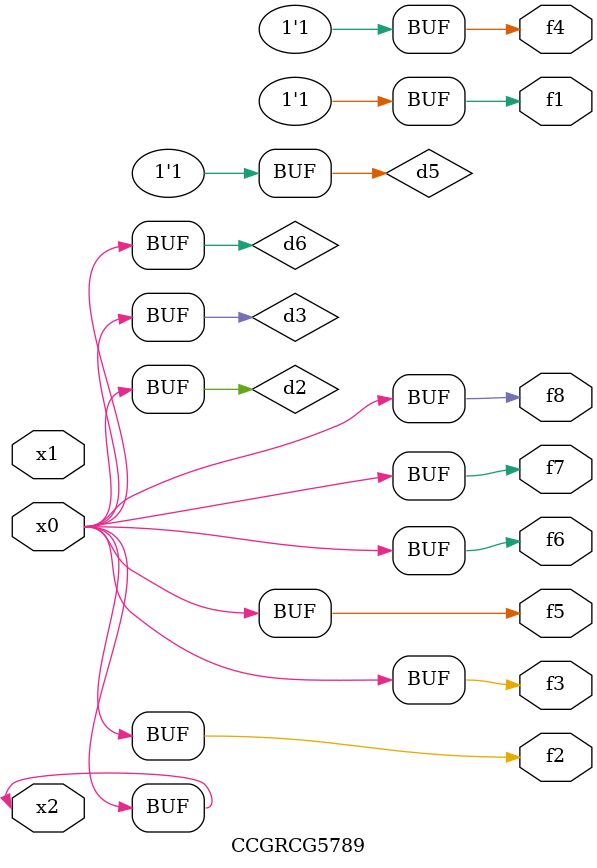
<source format=v>
module CCGRCG5789(
	input x0, x1, x2,
	output f1, f2, f3, f4, f5, f6, f7, f8
);

	wire d1, d2, d3, d4, d5, d6;

	xnor (d1, x2);
	buf (d2, x0, x2);
	and (d3, x0);
	xnor (d4, x1, x2);
	nand (d5, d1, d3);
	buf (d6, d2, d3);
	assign f1 = d5;
	assign f2 = d6;
	assign f3 = d6;
	assign f4 = d5;
	assign f5 = d6;
	assign f6 = d6;
	assign f7 = d6;
	assign f8 = d6;
endmodule

</source>
